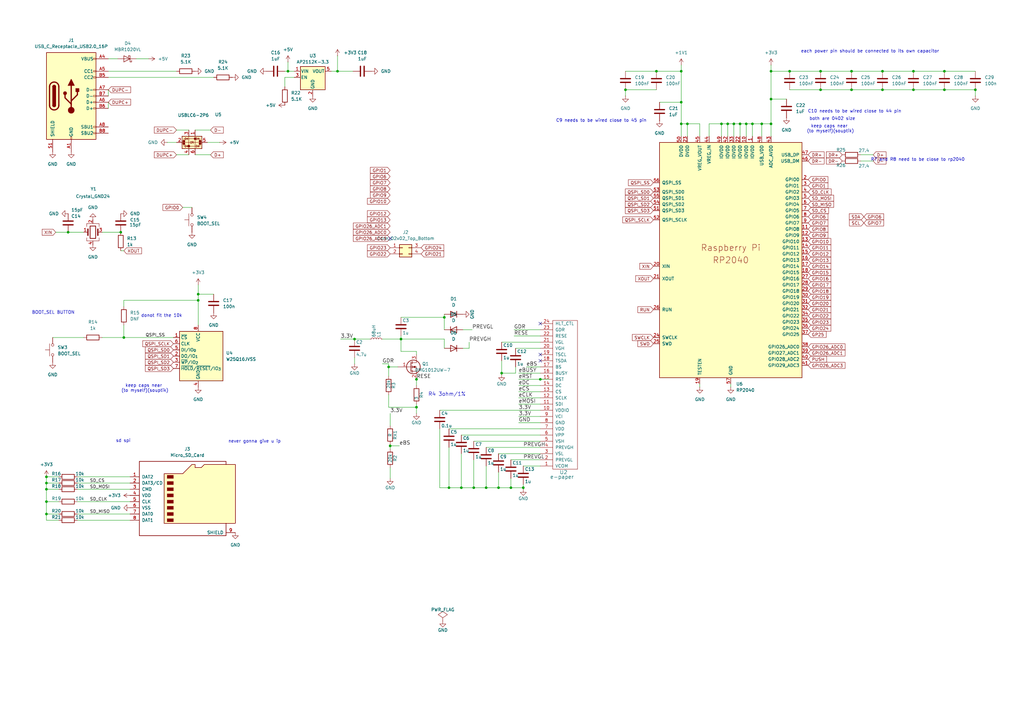
<source format=kicad_sch>
(kicad_sch (version 20250114) (generator "eeschema") (generator_version "9.0")
  (paper "A3")
  (title_block (title "HACKDUCKY BY SOUPTIK ") (date "2025-04-06") (rev "V2"))
  (text "sd spi \n" (at 51.054 180.848 0) (effects (font (size 1.27 1.27))))
  (text "never gonna give u ip\n" (at 104.394 181.102 0) (effects (font (size 1.27 1.27))))
  (text "donot fit the 10k \n" (at 66.802 129.54 0) (effects (font (size 1.27 1.27))))
  (text "BOOT_SEL BUTTON\n" (at 21.844 128.27 0) (effects (font (size 1.27 1.27))))
  (text "C9 needs to be wired close to 45 pin" (at 246.634 49.53 0) (effects (font (size 1.27 1.27))))
  (text "each power pin should be connected to its own capacitor" (at 356.87 21.082 0) (effects (font (size 1.27 1.27))))
  (text "keep caps near \n(to myself)(souptik)\n" (at 59.436 159.258 0) (effects (font (size 1.27 1.27))))
  (text "C10 needs to be wired close to 44 pin" (at 350.52 45.72 0) (effects (font (size 1.27 1.27))))
  (text "keep caps near \n(to myself)(souptik)\n" (at 340.614 52.832 0) (effects (font (size 1.27 1.27))))
  (text "R4 3ohm/1%" (at 175.641 162.687 0) (effects (font (size 1.524 1.524)) (justify left bottom)))
  (text "both are 0402 size" (at 341.376 48.768 0) (effects (font (size 1.27 1.27))))
  (text "R7 and R8 need to be close to rp2040" (at 376.428 65.532 0) (effects (font (size 1.27 1.27))))
  (junction (at 295.91 50.8))
  (junction (at 164.465 139.065))
  (junction (at 138.43 29.21))
  (junction (at 256.54 36.83))
  (junction (at 306.07 50.8))
  (junction (at 50.8 138.43))
  (junction (at 316.23 40.64))
  (junction (at 49.53 95.25))
  (junction (at 204.47 200.025))
  (junction (at 349.25 36.83))
  (junction (at 300.99 50.8))
  (junction (at 81.28 120.65))
  (junction (at 298.45 50.8))
  (junction (at 214.63 200.025))
  (junction (at 81.28 123.19))
  (junction (at 184.15 200.025))
  (junction (at 361.95 29.21))
  (junction (at 303.53 50.8))
  (junction (at 387.35 36.83))
  (junction (at 308.61 50.8))
  (junction (at 182.245 130.175))
  (junction (at 199.39 200.025))
  (junction (at 312.42 50.8))
  (junction (at 279.4 50.8))
  (junction (at 361.95 36.83))
  (junction (at 205.74 153.035))
  (junction (at 189.23 200.025))
  (junction (at 19.05 195.58))
  (junction (at 159.385 150.495))
  (junction (at 400.05 36.83))
  (junction (at 269.24 29.21))
  (junction (at 160.02 182.88))
  (junction (at 170.815 155.575))
  (junction (at 336.55 36.83))
  (junction (at 374.65 29.21))
  (junction (at 19.05 200.66))
  (junction (at 19.05 210.82))
  (junction (at 279.4 41.91))
  (junction (at 19.05 198.12))
  (junction (at 316.23 29.21))
  (junction (at 374.65 36.83))
  (junction (at 27.94 95.25))
  (junction (at 281.94 50.8))
  (junction (at 221.615 155.575))
  (junction (at 323.85 29.21))
  (junction (at 194.31 200.025))
  (junction (at 349.25 29.21))
  (junction (at 209.55 200.025))
  (junction (at 316.23 50.8))
  (junction (at 118.11 29.21))
  (junction (at 19.05 205.74))
  (junction (at 279.4 29.21))
  (junction (at 170.815 167.005))
  (junction (at 387.35 29.21))
  (junction (at 145.415 139.065))
  (junction (at 336.55 29.21))
  (no_connect (at 221.615 147.955))
  (no_connect (at 221.615 145.415))
  (no_connect (at 221.615 132.715))
  (no_connect (at 160.02 97.79))
  (wire (pts (xy 194.31 180.975) (xy 221.615 180.975)))
  (wire (pts (xy 316.23 29.21) (xy 316.23 40.64)))
  (wire (pts (xy 139.7 139.065) (xy 145.415 139.065)))
  (wire (pts (xy 221.615 155.575) (xy 225.2222 155.575)))
  (wire (pts (xy 120.65 31.75) (xy 116.84 31.75)))
  (wire (pts (xy 31.75 210.82) (xy 53.34 210.82)))
  (wire (pts (xy 160.02 182.88) (xy 160.02 184.15)))
  (wire (pts (xy 170.815 167.005) (xy 170.815 169.545)))
  (wire (pts (xy 221.615 137.795) (xy 210.82 137.795)))
  (wire (pts (xy 361.95 36.83) (xy 374.65 36.83)))
  (wire (pts (xy 160.02 182.88) (xy 163.83 182.88)))
  (wire (pts (xy 50.8 133.35) (xy 50.8 138.43)))
  (wire (pts (xy 221.615 178.435) (xy 189.23 178.435)))
  (wire (pts (xy 44.45 24.13) (xy 48.26 24.13)))
  (wire (pts (xy 159.385 167.005) (xy 170.815 167.005)))
  (wire (pts (xy 159.385 149.225) (xy 159.385 150.495)))
  (wire (pts (xy 281.94 50.8) (xy 279.4 50.8)))
  (wire (pts (xy 221.615 165.735) (xy 212.725 165.735)))
  (wire (pts (xy 303.53 50.8) (xy 306.07 50.8)))
  (wire (pts (xy 270.51 41.91) (xy 279.4 41.91)))
  (wire (pts (xy 159.385 150.495) (xy 159.385 154.305)))
  (wire (pts (xy 189.865 135.255) (xy 193.675 135.255)))
  (wire (pts (xy 19.05 195.58) (xy 19.05 198.12)))
  (wire (pts (xy 287.02 158.75) (xy 287.02 157.48)))
  (wire (pts (xy 303.53 55.88) (xy 303.53 50.8)))
  (wire (pts (xy 256.54 29.21) (xy 269.24 29.21)))
  (wire (pts (xy 194.31 200.025) (xy 199.39 200.025)))
  (wire (pts (xy 50.8 138.43) (xy 71.12 138.43)))
  (wire (pts (xy 31.75 213.36) (xy 53.34 213.36)))
  (wire (pts (xy 160.02 182.245) (xy 160.02 182.88)))
  (wire (pts (xy 353.06 66.04) (xy 358.14 66.04)))
  (wire (pts (xy 163.195 150.495) (xy 159.385 150.495)))
  (wire (pts (xy 349.25 29.21) (xy 361.95 29.21)))
  (wire (pts (xy 145.415 139.065) (xy 151.765 139.065)))
  (wire (pts (xy 387.35 36.83) (xy 400.05 36.83)))
  (wire (pts (xy 204.47 200.025) (xy 204.47 193.675)))
  (wire (pts (xy 221.615 170.815) (xy 212.725 170.815)))
  (wire (pts (xy 316.23 26.67) (xy 316.23 29.21)))
  (wire (pts (xy 279.4 50.8) (xy 279.4 55.88)))
  (wire (pts (xy 164.465 139.065) (xy 156.845 139.065)))
  (wire (pts (xy 199.39 200.025) (xy 204.47 200.025)))
  (wire (pts (xy 116.84 31.75) (xy 116.84 35.56)))
  (wire (pts (xy 53.34 195.58) (xy 31.75 195.58)))
  (wire (pts (xy 27.94 95.25) (xy 34.29 95.25)))
  (wire (pts (xy 205.74 147.955) (xy 205.74 153.035)))
  (wire (pts (xy 221.615 186.055) (xy 204.47 186.055)))
  (wire (pts (xy 281.94 50.8) (xy 281.94 55.88)))
  (wire (pts (xy 19.05 195.58) (xy 24.13 195.58)))
  (wire (pts (xy 204.47 200.025) (xy 209.55 200.025)))
  (wire (pts (xy 189.23 186.055) (xy 189.23 200.025)))
  (wire (pts (xy 182.245 130.175) (xy 182.245 128.905)))
  (wire (pts (xy 182.245 135.255) (xy 182.245 130.175)))
  (wire (pts (xy 374.65 29.21) (xy 387.35 29.21)))
  (wire (pts (xy 211.455 153.035) (xy 205.74 153.035)))
  (wire (pts (xy 194.31 188.595) (xy 194.31 200.025)))
  (wire (pts (xy 31.75 205.74) (xy 53.34 205.74)))
  (wire (pts (xy 160.02 174.625) (xy 160.02 169.545)))
  (wire (pts (xy 19.05 198.12) (xy 19.05 200.66)))
  (wire (pts (xy 159.385 167.005) (xy 159.385 161.925)))
  (wire (pts (xy 118.11 25.4) (xy 118.11 29.21)))
  (wire (pts (xy 205.74 153.035) (xy 205.74 153.67)))
  (wire (pts (xy 214.63 198.755) (xy 214.63 200.025)))
  (wire (pts (xy 22.86 95.25) (xy 27.94 95.25)))
  (wire (pts (xy 184.15 200.025) (xy 189.23 200.025)))
  (wire (pts (xy 298.45 50.8) (xy 298.45 55.88)))
  (wire (pts (xy 24.13 210.82) (xy 19.05 210.82)))
  (wire (pts (xy 41.91 138.43) (xy 50.8 138.43)))
  (wire (pts (xy 19.05 200.66) (xy 19.05 205.74)))
  (wire (pts (xy 299.72 158.75) (xy 299.72 157.48)))
  (wire (pts (xy 290.83 50.8) (xy 295.91 50.8)))
  (wire (pts (xy 170.815 144.145) (xy 164.465 144.145)))
  (wire (pts (xy 50.8 123.19) (xy 81.28 123.19)))
  (wire (pts (xy 170.815 144.145) (xy 170.815 145.415)))
  (wire (pts (xy 68.58 58.42) (xy 72.39 58.42)))
  (wire (pts (xy 180.34 200.025) (xy 184.15 200.025)))
  (wire (pts (xy 182.245 139.065) (xy 164.465 139.065)))
  (wire (pts (xy 374.65 36.83) (xy 387.35 36.83)))
  (wire (pts (xy 31.75 200.66) (xy 53.34 200.66)))
  (wire (pts (xy 145.415 149.225) (xy 145.415 146.685)))
  (wire (pts (xy 41.91 95.25) (xy 49.53 95.25)))
  (wire (pts (xy 221.615 163.195) (xy 212.725 163.195)))
  (wire (pts (xy 86.36 53.34) (xy 80.01 53.34)))
  (wire (pts (xy 44.45 29.21) (xy 72.39 29.21)))
  (wire (pts (xy 256.54 39.37) (xy 256.54 36.83)))
  (wire (pts (xy 221.615 160.655) (xy 212.725 160.655)))
  (wire (pts (xy 189.865 142.875) (xy 192.405 142.875)))
  (wire (pts (xy 221.615 183.515) (xy 199.39 183.515)))
  (wire (pts (xy 221.615 150.495) (xy 215.9 150.495)))
  (wire (pts (xy 336.55 29.21) (xy 349.25 29.21)))
  (wire (pts (xy 19.05 210.82) (xy 19.05 213.36)))
  (wire (pts (xy 290.83 55.88) (xy 290.83 50.8)))
  (wire (pts (xy 170.815 155.575) (xy 170.815 158.115)))
  (wire (pts (xy 221.615 175.895) (xy 184.15 175.895)))
  (wire (pts (xy 164.465 130.175) (xy 182.245 130.175)))
  (wire (pts (xy 306.07 55.88) (xy 306.07 50.8)))
  (wire (pts (xy 211.455 150.495) (xy 211.455 153.035)))
  (wire (pts (xy 300.99 50.8) (xy 300.99 55.88)))
  (wire (pts (xy 170.815 155.575) (xy 170.815 154.94)))
  (wire (pts (xy 349.25 36.83) (xy 361.95 36.83)))
  (wire (pts (xy 19.05 198.12) (xy 24.13 198.12)))
  (wire (pts (xy 85.09 58.42) (xy 90.17 58.42)))
  (wire (pts (xy 199.39 191.135) (xy 199.39 200.025)))
  (wire (pts (xy 81.28 116.84) (xy 81.28 120.65)))
  (wire (pts (xy 256.54 36.83) (xy 269.24 36.83)))
  (wire (pts (xy 316.23 40.64) (xy 316.23 50.8)))
  (wire (pts (xy 164.465 139.065) (xy 164.465 144.145)))
  (wire (pts (xy 211.455 142.875) (xy 221.615 142.875)))
  (wire (pts (xy 31.75 198.12) (xy 53.34 198.12)))
  (wire (pts (xy 400.05 36.83) (xy 400.05 39.37)))
  (wire (pts (xy 135.89 29.21) (xy 138.43 29.21)))
  (wire (pts (xy 182.245 139.065) (xy 182.245 142.875)))
  (wire (pts (xy 180.34 175.895) (xy 180.34 200.025)))
  (wire (pts (xy 221.615 158.115) (xy 212.725 158.115)))
  (wire (pts (xy 118.11 29.21) (xy 120.65 29.21)))
  (wire (pts (xy 50.8 123.19) (xy 50.8 125.73)))
  (wire (pts (xy 19.05 205.74) (xy 19.05 210.82)))
  (wire (pts (xy 156.845 149.225) (xy 159.385 149.225)))
  (wire (pts (xy 306.07 50.8) (xy 308.61 50.8)))
  (wire (pts (xy 19.05 205.74) (xy 24.13 205.74)))
  (wire (pts (xy 81.28 120.65) (xy 81.28 123.19)))
  (wire (pts (xy 298.45 50.8) (xy 300.99 50.8)))
  (wire (pts (xy 295.91 50.8) (xy 295.91 55.88)))
  (wire (pts (xy 336.55 36.83) (xy 349.25 36.83)))
  (wire (pts (xy 221.615 168.275) (xy 180.34 168.275)))
  (wire (pts (xy 312.42 50.8) (xy 316.23 50.8)))
  (wire (pts (xy 387.35 29.21) (xy 400.05 29.21)))
  (wire (pts (xy 212.725 153.035) (xy 221.615 153.035)))
  (wire (pts (xy 221.615 191.135) (xy 214.63 191.135)))
  (wire (pts (xy 221.615 135.255) (xy 210.82 135.255)))
  (wire (pts (xy 323.85 29.21) (xy 336.55 29.21)))
  (wire (pts (xy 44.45 36.83) (xy 44.45 39.37)))
  (wire (pts (xy 295.91 50.8) (xy 298.45 50.8)))
  (wire (pts (xy 287.02 55.88) (xy 287.02 50.8)))
  (wire (pts (xy 300.99 50.8) (xy 303.53 50.8)))
  (wire (pts (xy 316.23 50.8) (xy 316.23 55.88)))
  (wire (pts (xy 81.28 120.65) (xy 87.63 120.65)))
  (wire (pts (xy 138.43 22.86) (xy 138.43 29.21)))
  (wire (pts (xy 72.39 53.34) (xy 77.47 53.34)))
  (wire (pts (xy 164.465 139.065) (xy 164.465 137.795)))
  (wire (pts (xy 21.59 138.43) (xy 34.29 138.43)))
  (wire (pts (xy 287.02 50.8) (xy 281.94 50.8)))
  (wire (pts (xy 81.28 123.19) (xy 81.28 133.35)))
  (wire (pts (xy 49.53 102.87) (xy 50.8 102.87)))
  (wire (pts (xy 361.95 29.21) (xy 374.65 29.21)))
  (wire (pts (xy 44.45 31.75) (xy 87.63 31.75)))
  (wire (pts (xy 279.4 41.91) (xy 279.4 50.8)))
  (wire (pts (xy 170.815 167.005) (xy 170.815 165.735)))
  (wire (pts (xy 279.4 26.67) (xy 279.4 29.21)))
  (wire (pts (xy 308.61 50.8) (xy 312.42 50.8)))
  (wire (pts (xy 72.39 63.5) (xy 77.47 63.5)))
  (wire (pts (xy 116.84 29.21) (xy 118.11 29.21)))
  (wire (pts (xy 74.93 85.09) (xy 78.74 85.09)))
  (wire (pts (xy 138.43 29.21) (xy 144.78 29.21)))
  (wire (pts (xy 212.725 155.575) (xy 221.615 155.575)))
  (wire (pts (xy 322.58 40.64) (xy 316.23 40.64)))
  (wire (pts (xy 44.45 41.91) (xy 44.45 44.45)))
  (wire (pts (xy 209.55 196.215) (xy 209.55 200.025)))
  (wire (pts (xy 80.01 63.5) (xy 86.36 63.5)))
  (wire (pts (xy 192.405 142.875) (xy 192.405 140.335)))
  (wire (pts (xy 24.13 200.66) (xy 19.05 200.66)))
  (wire (pts (xy 212.725 173.355) (xy 221.615 173.355)))
  (wire (pts (xy 160.02 191.77) (xy 160.02 196.215)))
  (wire (pts (xy 55.88 24.13) (xy 60.96 24.13)))
  (wire (pts (xy 312.42 50.8) (xy 312.42 55.88)))
  (wire (pts (xy 316.23 29.21) (xy 323.85 29.21)))
  (wire (pts (xy 279.4 29.21) (xy 279.4 41.91)))
  (wire (pts (xy 189.23 200.025) (xy 194.31 200.025)))
  (wire (pts (xy 221.615 140.335) (xy 205.74 140.335)))
  (wire (pts (xy 214.63 200.025) (xy 214.63 200.66)))
  (wire (pts (xy 184.15 183.515) (xy 184.15 200.025)))
  (wire (pts (xy 221.615 188.595) (xy 209.55 188.595)))
  (wire (pts (xy 24.13 213.36) (xy 19.05 213.36)))
  (wire (pts (xy 269.24 29.21) (xy 279.4 29.21)))
  (wire (pts (xy 209.55 200.025) (xy 214.63 200.025)))
  (wire (pts (xy 323.85 36.83) (xy 336.55 36.83)))
  (wire (pts (xy 308.61 50.8) (xy 308.61 55.88)))
  (wire (pts (xy 353.06 63.5) (xy 358.14 63.5)))
  (label "3.3V" (at 139.7 139.065 0) (effects (font (size 1.524 1.524))))
  (label "eMOSI" (at 212.725 165.735 0) (effects (font (size 1.524 1.524))))
  (label "3.3V" (at 212.725 170.815 0) (effects (font (size 1.524 1.524))))
  (label "PREVGH" (at 214.63 183.515 0) (effects (font (size 1.524 1.524))))
  (label "RESE" (at 210.82 137.795 0) (effects (font (size 1.524 1.524))))
  (label "SD_CS" (at 36.83 198.12 0))
  (label "PREVGL" (at 193.675 135.255 0) (effects (font (size 1.524 1.524))))
  (label "PREVGH" (at 192.405 140.335 0) (effects (font (size 1.524 1.524))))
  (label "eCS" (at 212.725 160.655 0) (effects (font (size 1.524 1.524))))
  (label "GND" (at 212.725 173.355 0) (effects (font (size 1.524 1.524))))
  (label "3.3V" (at 212.725 168.275 0) (effects (font (size 1.524 1.524))))
  (label "eBS" (at 215.9 150.495 0) (effects (font (size 1.524 1.524))))
  (label "GDR" (at 210.82 135.255 0) (effects (font (size 1.524 1.524))))
  (label "GDR" (at 156.845 149.225 0) (effects (font (size 1.524 1.524))))
  (label "QSPI_SS" (at 59.69 138.43 0))
  (label "SD_MOSI" (at 36.83 200.66 0))
  (label "eRST" (at 212.725 155.575 0) (effects (font (size 1.524 1.524))))
  (label "eBUSY" (at 212.725 153.035 0) (effects (font (size 1.524 1.524))))
  (label "PREVGL" (at 214.63 188.595 0) (effects (font (size 1.524 1.524))))
  (label "SD_MISO" (at 36.83 210.82 0))
  (label "SD_CLK" (at 36.83 205.74 0))
  (label "eDC" (at 212.725 158.115 0) (effects (font (size 1.524 1.524))))
  (label "RESE" (at 170.815 155.575 0) (effects (font (size 1.524 1.524))))
  (label "eBS" (at 163.83 182.88 0) (effects (font (size 1.524 1.524))))
  (label "eCLK" (at 212.725 163.195 0) (effects (font (size 1.524 1.524))))
  (label "3.3V" (at 160.02 169.545 0) (effects (font (size 1.524 1.524))))
  (global_label "SD_MOSI" (shape input) (at 331.47 81.28 0) (property "Intersheetrefs" "${INTERSHEET_REFS}" (effects (hide yes))))
  (global_label "GPIO26_ADC0" (shape input) (at 331.47 142.24 0) (property "Intersheetrefs" "${INTERSHEET_REFS}" (effects (hide yes))))
  (global_label "GPIO1" (shape input) (at 331.47 76.2 0) (property "Intersheetrefs" "${INTERSHEET_REFS}" (effects (hide yes))))
  (global_label "DUPC-" (shape input) (at 44.45 36.83 0) (property "Intersheetrefs" "${INTERSHEET_REFS}" (effects (hide yes))))
  (global_label "QSPI_SCLK" (shape input) (at 71.12 140.97 180) (property "Intersheetrefs" "${INTERSHEET_REFS}" (effects (hide yes))))
  (global_label "GPIO10" (shape input) (at 331.47 99.06 0) (property "Intersheetrefs" "${INTERSHEET_REFS}" (effects (hide yes))))
  (global_label "GPIO12" (shape input) (at 331.47 104.14 0) (property "Intersheetrefs" "${INTERSHEET_REFS}" (effects (hide yes))))
  (global_label "D-" (shape input) (at 86.36 53.34 0) (property "Intersheetrefs" "${INTERSHEET_REFS}" (effects (hide yes))))
  (global_label "GPIO21" (shape input) (at 331.47 127 0) (property "Intersheetrefs" "${INTERSHEET_REFS}" (effects (hide yes))))
  (global_label "GPIO13" (shape input) (at 160.02 90.17 180) (property "Intersheetrefs" "${INTERSHEET_REFS}" (effects (hide yes))))
  (global_label "GPIO9" (shape input) (at 160.02 80.01 180) (property "Intersheetrefs" "${INTERSHEET_REFS}" (effects (hide yes))))
  (global_label "SD_CLK" (shape input) (at 331.47 78.74 0) (property "Intersheetrefs" "${INTERSHEET_REFS}" (effects (hide yes))))
  (global_label "DUPC+" (shape input) (at 72.39 63.5 180) (property "Intersheetrefs" "${INTERSHEET_REFS}" (effects (hide yes))))
  (global_label "SWD" (shape input) (at 267.97 140.97 180) (property "Intersheetrefs" "${INTERSHEET_REFS}" (effects (hide yes))))
  (global_label "D+" (shape input) (at 86.36 63.5 0) (property "Intersheetrefs" "${INTERSHEET_REFS}" (effects (hide yes))))
  (global_label "GPIO17" (shape input) (at 331.47 116.84 0) (property "Intersheetrefs" "${INTERSHEET_REFS}" (effects (hide yes))))
  (global_label "GPIO23" (shape input) (at 331.47 132.08 0) (property "Intersheetrefs" "${INTERSHEET_REFS}" (effects (hide yes))))
  (global_label "GPIO0" (shape input) (at 331.47 73.66 0) (property "Intersheetrefs" "${INTERSHEET_REFS}" (effects (hide yes))))
  (global_label "QSPI_SS" (shape input) (at 267.97 74.93 180) (property "Intersheetrefs" "${INTERSHEET_REFS}" (effects (hide yes))))
  (global_label "XIN" (shape input) (at 22.86 95.25 180) (property "Intersheetrefs" "${INTERSHEET_REFS}" (effects (hide yes))))
  (global_label "GPIO13" (shape input) (at 331.47 106.68 0) (property "Intersheetrefs" "${INTERSHEET_REFS}" (effects (hide yes))))
  (global_label "QSPI_SD1" (shape input) (at 71.12 146.05 180) (property "Intersheetrefs" "${INTERSHEET_REFS}" (effects (hide yes))))
  (global_label "DR-" (shape input) (at 331.47 66.04 0) (property "Intersheetrefs" "${INTERSHEET_REFS}" (effects (hide yes))))
  (global_label "GPIO7" (shape input) (at 331.47 91.44 0) (property "Intersheetrefs" "${INTERSHEET_REFS}" (effects (hide yes))))
  (global_label "GPIO8" (shape input) (at 331.47 93.98 0) (property "Intersheetrefs" "${INTERSHEET_REFS}" (effects (hide yes))))
  (global_label "GPIO6" (shape input) (at 160.02 72.39 180) (property "Intersheetrefs" "${INTERSHEET_REFS}" (effects (hide yes))))
  (global_label "GPIO7" (shape input) (at 354.33 91.44 0) (property "Intersheetrefs" "${INTERSHEET_REFS}" (effects (hide yes))))
  (global_label "SD_CS" (shape input) (at 331.47 86.36 0) (property "Intersheetrefs" "${INTERSHEET_REFS}" (effects (hide yes))))
  (global_label "GPIO26_ADC1" (shape input) (at 331.47 144.78 0) (property "Intersheetrefs" "${INTERSHEET_REFS}" (effects (hide yes))))
  (global_label "QSPI_SD0" (shape input) (at 267.97 78.74 180) (property "Intersheetrefs" "${INTERSHEET_REFS}" (effects (hide yes))))
  (global_label "D+" (shape input) (at 358.14 63.5 0) (property "Intersheetrefs" "${INTERSHEET_REFS}" (effects (hide yes))))
  (global_label "SWCLK" (shape input) (at 267.97 138.43 180) (property "Intersheetrefs" "${INTERSHEET_REFS}" (effects (hide yes))))
  (global_label "GPIO26_ADC3" (shape input) (at 331.47 149.86 0) (property "Intersheetrefs" "${INTERSHEET_REFS}" (effects (hide yes))))
  (global_label "GPIO19" (shape input) (at 331.47 121.92 0) (property "Intersheetrefs" "${INTERSHEET_REFS}" (effects (hide yes))))
  (global_label "GPIO24" (shape input) (at 331.47 134.62 0) (property "Intersheetrefs" "${INTERSHEET_REFS}" (effects (hide yes))))
  (global_label "XOUT" (shape input) (at 267.97 114.3 180) (property "Intersheetrefs" "${INTERSHEET_REFS}" (effects (hide yes))))
  (global_label "D-" (shape input) (at 358.14 66.04 0) (property "Intersheetrefs" "${INTERSHEET_REFS}" (effects (hide yes))))
  (global_label "GPIO11" (shape input) (at 331.47 101.6 0) (property "Intersheetrefs" "${INTERSHEET_REFS}" (effects (hide yes))))
  (global_label "QSPI_SD1" (shape input) (at 267.97 81.28 180) (property "Intersheetrefs" "${INTERSHEET_REFS}" (effects (hide yes))))
  (global_label "GPIO12" (shape input) (at 160.02 87.63 180) (property "Intersheetrefs" "${INTERSHEET_REFS}" (effects (hide yes))))
  (global_label "PUSH" (shape input) (at 331.47 147.32 0) (property "Intersheetrefs" "${INTERSHEET_REFS}" (effects (hide yes))))
  (global_label "GPIO18" (shape input) (at 331.47 119.38 0) (property "Intersheetrefs" "${INTERSHEET_REFS}" (effects (hide yes))))
  (global_label "SCL" (shape input) (at 354.33 91.44 180) (property "Intersheetrefs" "${INTERSHEET_REFS}" (effects (hide yes))))
  (global_label "QSPI_SD0" (shape input) (at 71.12 143.51 180) (property "Intersheetrefs" "${INTERSHEET_REFS}" (effects (hide yes))))
  (global_label "GPIO21" (shape input) (at 172.72 104.14 0) (property "Intersheetrefs" "${INTERSHEET_REFS}" (effects (hide yes))))
  (global_label "GPIO14" (shape input) (at 331.47 109.22 0) (property "Intersheetrefs" "${INTERSHEET_REFS}" (effects (hide yes))))
  (global_label "QSPI_SCLK" (shape input) (at 267.97 90.17 180) (property "Intersheetrefs" "${INTERSHEET_REFS}" (effects (hide yes))))
  (global_label "GPIO15" (shape input) (at 331.47 111.76 0) (property "Intersheetrefs" "${INTERSHEET_REFS}" (effects (hide yes))))
  (global_label "QSPI_SD2" (shape input) (at 267.97 83.82 180) (property "Intersheetrefs" "${INTERSHEET_REFS}" (effects (hide yes))))
  (global_label "GPIO26_ADC1" (shape input) (at 160.02 92.71 180) (property "Intersheetrefs" "${INTERSHEET_REFS}" (effects (hide yes))))
  (global_label "GPIO26_ADC3" (shape input) (at 160.02 97.79 180) (property "Intersheetrefs" "${INTERSHEET_REFS}" (effects (hide yes))))
  (global_label "GPIO22" (shape input) (at 331.47 129.54 0) (property "Intersheetrefs" "${INTERSHEET_REFS}" (effects (hide yes))))
  (global_label "GPIO9" (shape input) (at 331.47 96.52 0) (property "Intersheetrefs" "${INTERSHEET_REFS}" (effects (hide yes))))
  (global_label "GP25" (shape input) (at 331.47 137.16 0) (property "Intersheetrefs" "${INTERSHEET_REFS}" (effects (hide yes))))
  (global_label "SDA" (shape input) (at 354.33 88.9 180) (property "Intersheetrefs" "${INTERSHEET_REFS}" (effects (hide yes))))
  (global_label "GPIO16" (shape input) (at 331.47 114.3 0) (property "Intersheetrefs" "${INTERSHEET_REFS}" (effects (hide yes))))
  (global_label "GPIO22" (shape input) (at 160.02 104.14 180) (property "Intersheetrefs" "${INTERSHEET_REFS}" (effects (hide yes))))
  (global_label "XOUT" (shape input) (at 50.8 102.87 0) (property "Intersheetrefs" "${INTERSHEET_REFS}" (effects (hide yes))))
  (global_label "GPIO1" (shape input) (at 160.02 69.85 180) (property "Intersheetrefs" "${INTERSHEET_REFS}" (effects (hide yes))))
  (global_label "DUPC-" (shape input) (at 72.39 53.34 180) (property "Intersheetrefs" "${INTERSHEET_REFS}" (effects (hide yes))))
  (global_label "GPIO24" (shape input) (at 172.72 101.6 0) (property "Intersheetrefs" "${INTERSHEET_REFS}" (effects (hide yes))))
  (global_label "XIN" (shape input) (at 267.97 109.22 180) (property "Intersheetrefs" "${INTERSHEET_REFS}" (effects (hide yes))))
  (global_label "QSPI_SD3" (shape input) (at 267.97 86.36 180) (property "Intersheetrefs" "${INTERSHEET_REFS}" (effects (hide yes))))
  (global_label "GPIO0" (shape input) (at 74.93 85.09 180) (property "Intersheetrefs" "${INTERSHEET_REFS}" (effects (hide yes))))
  (global_label "GPIO6" (shape input) (at 331.47 88.9 0) (property "Intersheetrefs" "${INTERSHEET_REFS}" (effects (hide yes))))
  (global_label "GPIO23" (shape input) (at 160.02 101.6 180) (property "Intersheetrefs" "${INTERSHEET_REFS}" (effects (hide yes))))
  (global_label "GPIO7" (shape input) (at 160.02 74.93 180) (property "Intersheetrefs" "${INTERSHEET_REFS}" (effects (hide yes))))
  (global_label "SD_MISO" (shape input) (at 331.47 83.82 0) (property "Intersheetrefs" "${INTERSHEET_REFS}" (effects (hide yes))))
  (global_label "GPIO6" (shape input) (at 354.33 88.9 0) (property "Intersheetrefs" "${INTERSHEET_REFS}" (effects (hide yes))))
  (global_label "GPIO26_ADC0" (shape input) (at 160.02 95.25 180) (property "Intersheetrefs" "${INTERSHEET_REFS}" (effects (hide yes))))
  (global_label "GPIO8" (shape input) (at 160.02 77.47 180) (property "Intersheetrefs" "${INTERSHEET_REFS}" (effects (hide yes))))
  (global_label "GPIO10" (shape input) (at 160.02 82.55 180) (property "Intersheetrefs" "${INTERSHEET_REFS}" (effects (hide yes))))
  (global_label "QSPI_SD3" (shape input) (at 71.12 151.13 180) (property "Intersheetrefs" "${INTERSHEET_REFS}" (effects (hide yes))))
  (global_label "QSPI_SD2" (shape input) (at 71.12 148.59 180) (property "Intersheetrefs" "${INTERSHEET_REFS}" (effects (hide yes))))
  (global_label "DR+" (shape input) (at 345.44 63.5 180) (property "Intersheetrefs" "${INTERSHEET_REFS}" (effects (hide yes))))
  (global_label "DR+" (shape input) (at 331.47 63.5 0) (property "Intersheetrefs" "${INTERSHEET_REFS}" (effects (hide yes))))
  (global_label "RUN" (shape input) (at 267.97 127 180) (property "Intersheetrefs" "${INTERSHEET_REFS}" (effects (hide yes))))
  (global_label "DUPC+" (shape input) (at 44.45 41.91 0) (property "Intersheetrefs" "${INTERSHEET_REFS}" (effects (hide yes))))
  (global_label "DR-" (shape input) (at 345.44 66.04 180) (property "Intersheetrefs" "${INTERSHEET_REFS}" (effects (hide yes))))
  (global_label "GPIO20" (shape input) (at 331.47 124.46 0) (property "Intersheetrefs" "${INTERSHEET_REFS}" (effects (hide yes))))
  (symbol (lib_id "e-paper:e-paper") (at 226.695 193.675 0) (unit 1)
    (property "Reference" "U2" (at 231.14 193.675 0) (effects (font (size 1.524 1.524))))
    (property "Value" "e-paper" (at 230.505 195.58 0) (effects (font (size 1.524 1.524))))
    (property "Footprint" "24pin0.5mm:24pin0.5mm" (effects (hide yes)))
  )
  (symbol (lib_name "C_19") (lib_id "epaper-rescue:C") (at 214.63 194.945 0) (unit 1)
    (property "Reference" "C13" (at 215.265 192.405 0) (effects (justify left)))
    (property "Value" "1u" (at 215.265 197.485 0) (effects (justify left)))
    (property "Footprint" "Capacitor_SMD:C_0201_0603Metric" (effects (hide yes)))
  )
  (symbol (lib_name "C_18") (lib_id "epaper-rescue:C") (at 209.55 192.405 0) (unit 1)
    (property "Reference" "C11" (at 210.185 189.865 0) (effects (justify left)))
    (property "Value" "1u" (at 210.185 194.945 0) (effects (justify left)))
    (property "Footprint" "Capacitor_SMD:C_0201_0603Metric" (effects (hide yes)))
    (property "Fieldname" "Value" (effects (hide yes)))
  )
  (symbol (lib_name "C_15") (lib_id "epaper-rescue:C") (at 204.47 189.865 0) (unit 1)
    (property "Reference" "C9" (at 205.105 187.325 0) (effects (justify left)))
    (property "Value" "1u" (at 205.105 192.405 0) (effects (justify left)))
    (property "Footprint" "Capacitor_SMD:C_0201_0603Metric" (effects (hide yes)))
  )
  (symbol (lib_name "C_14") (lib_id "epaper-rescue:C") (at 199.39 187.325 0) (unit 1)
    (property "Reference" "C8" (at 200.025 184.785 0) (effects (justify left)))
    (property "Value" "1u" (at 200.025 189.865 0) (effects (justify left)))
    (property "Footprint" "Capacitor_SMD:C_0201_0603Metric" (effects (hide yes)))
  )
  (symbol (lib_name "GND_14") (lib_id "epaper-rescue:GND") (at 214.63 200.66 0) (unit 1)
    (property "Reference" "#PWR01" (effects (hide yes)))
    (property "Value" "GND" (at 214.63 204.47 0))
  )
  (symbol (lib_name "C_21") (lib_id "epaper-rescue:C") (at 194.31 184.785 0) (unit 1)
    (property "Reference" "C7" (at 194.945 182.245 0) (effects (justify left)))
    (property "Value" "1u" (at 194.945 187.325 0) (effects (justify left)))
    (property "Footprint" "Capacitor_SMD:C_0201_0603Metric" (effects (hide yes)))
  )
  (symbol (lib_name "C_22") (lib_id "epaper-rescue:C") (at 189.23 182.245 0) (unit 1)
    (property "Reference" "C6" (at 189.865 179.705 0) (effects (justify left)))
    (property "Value" "1u" (at 189.865 184.785 0) (effects (justify left)))
    (property "Footprint" "Capacitor_SMD:C_0201_0603Metric" (effects (hide yes)))
  )
  (symbol (lib_name "C_23") (lib_id "epaper-rescue:C") (at 184.15 179.705 0) (unit 1)
    (property "Reference" "C5" (at 184.785 177.165 0) (effects (justify left)))
    (property "Value" "1u" (at 184.785 182.245 0) (effects (justify left)))
    (property "Footprint" "Capacitor_SMD:C_0201_0603Metric" (effects (hide yes)))
  )
  (symbol (lib_name "C_20") (lib_id "epaper-rescue:C") (at 180.34 172.085 0) (unit 1)
    (property "Reference" "C4" (at 180.975 169.545 0) (effects (justify left)))
    (property "Value" "0.1u" (at 180.975 174.625 0) (effects (justify left)))
    (property "Footprint" "Capacitor_SMD:C_0201_0603Metric" (effects (hide yes)))
  )
  (symbol (lib_name "C_16") (lib_id "epaper-rescue:C") (at 211.455 146.685 0) (unit 1)
    (property "Reference" "C12" (at 212.09 144.145 0) (effects (justify left)))
    (property "Value" "1u" (at 212.09 149.225 0) (effects (justify left)))
    (property "Footprint" "Capacitor_SMD:C_0201_0603Metric" (effects (hide yes)))
  )
  (symbol (lib_name "C_17") (lib_id "epaper-rescue:C") (at 205.74 144.145 0) (unit 1)
    (property "Reference" "C10" (at 206.375 141.605 0) (effects (justify left)))
    (property "Value" "1u" (at 206.375 146.685 0) (effects (justify left)))
    (property "Footprint" "Capacitor_SMD:C_0201_0603Metric" (effects (hide yes)))
  )
  (symbol (lib_name "GND_13") (lib_id "epaper-rescue:GND") (at 205.74 153.67 0) (unit 1)
    (property "Reference" "#PWR02" (effects (hide yes)))
    (property "Value" "GND" (at 205.74 157.48 0))
  )
  (symbol (lib_name "L_Small_2") (lib_id "epaper-rescue:L_Small") (at 154.305 139.065 270) (mirror x) (unit 1)
    (property "Reference" "L1" (at 155.321 138.303 0) (effects (justify left)))
    (property "Value" "68uH" (at 153.289 138.303 0) (effects (justify left)))
    (property "Footprint" "Inductor_SMD:L_1008_2520Metric_Pad1.43x2.20mm_HandSolder" (effects (hide yes)))
  )
  (symbol (lib_name "Q_NMOS_GSD_2") (lib_id "epaper-rescue:Q_NMOS_GSD") (at 168.275 150.495 0) (unit 1)
    (property "Reference" "Q1" (at 175.895 149.225 0) (effects (justify right)))
    (property "Value" "DMG1012UW-7" (at 184.785 151.765 0) (effects (justify right)))
    (property "Footprint" "Package_TO_SOT_SMD:TSOT-23" (effects (hide yes)))
  )
  (symbol (lib_name "R_19") (lib_id "epaper-rescue:R") (at 160.02 178.435 0) (unit 1)
    (property "Reference" "RX1" (at 162.052 178.435 90))
    (property "Value" "R" (at 160.02 178.435 90))
    (property "Footprint" "Resistor_SMD:R_0805_2012Metric_Pad1.20x1.40mm_HandSolder" (effects (hide yes)))
  )
  (symbol (lib_name "R_20") (lib_id "epaper-rescue:R") (at 160.02 187.96 0) (unit 1)
    (property "Reference" "R2" (at 162.052 187.96 90))
    (property "Value" "20k" (at 160.02 187.96 90))
    (property "Footprint" "Resistor_SMD:R_0805_2012Metric_Pad1.20x1.40mm_HandSolder" (effects (hide yes)))
  )
  (symbol (lib_name "GND_18") (lib_id "epaper-rescue:GND") (at 160.02 196.215 0) (unit 1)
    (property "Reference" "#PWR03" (effects (hide yes)))
    (property "Value" "GND" (at 160.02 200.025 0))
  )
  (symbol (lib_name "C_24") (lib_id "epaper-rescue:C") (at 164.465 133.985 0) (unit 1)
    (property "Reference" "C3" (at 165.1 131.445 0) (effects (justify left)))
    (property "Value" "1u" (at 165.1 136.525 0) (effects (justify left)))
    (property "Footprint" "Capacitor_SMD:C_0201_0603Metric" (effects (hide yes)))
  )
  (symbol (lib_name "R_17") (lib_id "epaper-rescue:R") (at 170.815 161.925 0) (unit 1)
    (property "Reference" "R4" (at 172.847 161.925 90))
    (property "Value" "3" (at 170.815 163.322 90))
    (property "Footprint" "Resistor_SMD:R_0805_2012Metric_Pad1.20x1.40mm_HandSolder" (effects (hide yes)))
  )
  (symbol (lib_name "R_18") (lib_id "epaper-rescue:R") (at 159.385 158.115 0) (unit 1)
    (property "Reference" "R3" (at 161.417 158.115 90))
    (property "Value" "20k" (at 159.385 157.607 90))
    (property "Footprint" "Resistor_SMD:R_0805_2012Metric_Pad1.20x1.40mm_HandSolder" (effects (hide yes)))
  )
  (symbol (lib_name "GND_17") (lib_id "epaper-rescue:GND") (at 170.815 169.545 0) (unit 1)
    (property "Reference" "#PWR05" (effects (hide yes)))
    (property "Value" "GND" (at 170.815 173.355 0))
  )
  (symbol (lib_name "C_26") (lib_id "epaper-rescue:C") (at 145.415 142.875 0) (unit 1)
    (property "Reference" "C2" (at 146.05 140.335 0) (effects (justify left)))
    (property "Value" "4.7u" (at 146.05 145.415 0) (effects (justify left)))
    (property "Footprint" "Capacitor_SMD:C_0201_0603Metric" (effects (hide yes)))
  )
  (symbol (lib_name "GND_20") (lib_id "epaper-rescue:GND") (at 145.415 149.225 0) (unit 1)
    (property "Reference" "#PWR06" (effects (hide yes)))
    (property "Value" "GND" (at 145.415 153.035 0))
  )
  (symbol (lib_name "GND_15") (lib_id "epaper-rescue:GND") (at 181.61 254.635 0) (unit 1)
    (property "Reference" "#PWR012" (effects (hide yes)))
    (property "Value" "GND" (at 181.61 258.445 0))
  )
  (symbol (lib_name "PWR_FLAG_2") (lib_id "epaper-rescue:PWR_FLAG") (at 181.61 254.635 0) (unit 1)
    (property "Reference" "#FLG013" (effects (hide yes)))
    (property "Value" "PWR_FLAG" (at 181.61 250.063 0))
  )
  (symbol (lib_id "Device:R") (at 27.94 198.12 90) (unit 1)
    (property "Reference" "R17" (at 23.114 196.85 90))
    (property "Value" "10k" (at 32.766 196.85 90))
    (property "Footprint" "Resistor_SMD:R_0805_2012Metric_Pad1.20x1.40mm_HandSolder" (effects (hide yes)))
    (property "Description" "Resistor" (effects (hide yes)))
  )
  (symbol (lib_id "power:+3V3") (at 19.05 195.58 0) (unit 1)
    (property "Reference" "#PWR013" (effects (hide yes)))
    (property "Value" "+3V3" (at 19.05 190.5 0))
    (property "Description" "Power symbol creates a global label with name \"+3V3\"" (effects (hide yes)))
  )
  (symbol (lib_id "power:+3V3") (at 316.23 26.67 0) (unit 1)
    (property "Reference" "#PWR038" (effects (hide yes)))
    (property "Value" "+3V3" (at 316.23 21.59 0))
    (property "Description" "Power symbol creates a global label with name \"+3V3\"" (effects (hide yes)))
  )
  (symbol (lib_id "power:+5V") (at 90.17 58.42 270) (unit 1)
    (property "Reference" "#PWR027" (effects (hide yes)))
    (property "Value" "+5V" (at 93.98 58.4199 90) (effects (justify left)))
    (property "Description" "Power symbol creates a global label with name \"+5V\"" (effects (hide yes)))
  )
  (symbol (lib_id "Device:D") (at 186.055 142.875 180) (unit 1)
    (property "Reference" "D6" (at 186.055 136.525 0))
    (property "Value" "D" (at 186.055 139.065 0))
    (property "Footprint" "Diode_SMD:Nexperia_CFP3_SOD-123W" (effects (hide yes)))
    (property "Description" "Diode" (effects (hide yes)))
    (property "Sim.Device" "D" (effects (hide yes)))
    (property "Sim.Pins" "1=K 2=A" (effects (hide yes)))
  )
  (symbol (lib_id "Device:C") (at 336.55 33.02 0) (unit 1)
    (property "Reference" "C24" (at 340.36 31.7499 0) (effects (justify left)))
    (property "Value" "100nF" (at 340.36 34.2899 0) (effects (justify left)))
    (property "Footprint" "Capacitor_SMD:C_0402_1005Metric" (effects (hide yes)))
    (property "Description" "Unpolarized capacitor" (effects (hide yes)))
  )
  (symbol (lib_id "power:GND") (at 299.72 158.75 0) (unit 1)
    (property "Reference" "#PWR037" (effects (hide yes)))
    (property "Value" "GND" (at 299.72 163.83 0))
    (property "Description" "Power symbol creates a global label with name \"GND\" , ground" (effects (hide yes)))
  )
  (symbol (lib_id "power:GND") (at 81.28 158.75 0) (unit 1)
    (property "Reference" "#PWR047" (effects (hide yes)))
    (property "Value" "GND" (at 81.28 163.83 0))
    (property "Description" "Power symbol creates a global label with name \"GND\" , ground" (effects (hide yes)))
  )
  (symbol (lib_id "Connector_Generic:Conn_02x02_Top_Bottom") (at 165.1 101.6 0) (unit 1)
    (property "Reference" "J2" (at 166.37 95.25 0))
    (property "Value" "Conn_02x02_Top_Bottom" (at 166.37 97.79 0))
    (property "Footprint" "Connector_PinHeader_1.00mm:PinHeader_2x02_P1.00mm_Vertical_SMD" (effects (hide yes)))
    (property "Description" "Generic connector, double row, 02x02, top/bottom pin numbering scheme (row 1: 1...pins_per_row, row2: pins_per_row+1 ... num_pins), script generated (kicad-library-utils/schlib/autogen/connector/)" (effects (hide yes)))
  )
  (symbol (lib_id "power:GND") (at 21.59 62.23 0) (unit 1)
    (property "Reference" "#PWR029" (effects (hide yes)))
    (property "Value" "GND" (at 21.59 67.31 0))
    (property "Description" "Power symbol creates a global label with name \"GND\" , ground" (effects (hide yes)))
  )
  (symbol (lib_id "power:GND") (at 38.1 100.33 0) (unit 1)
    (property "Reference" "#PWR020" (effects (hide yes)))
    (property "Value" "GND" (at 38.1 105.41 0))
    (property "Description" "Power symbol creates a global label with name \"GND\" , ground" (effects (hide yes)))
  )
  (symbol (lib_id "Diode:MBR1020VL") (at 52.07 24.13 180) (unit 1)
    (property "Reference" "D4" (at 52.3875 17.78 0))
    (property "Value" "MBR1020VL" (at 52.3875 20.32 0))
    (property "Footprint" "Diode_SMD:D_SOD-123F" (effects (hide yes)))
    (property "Datasheet" "https://www.onsemi.com/pub/Collateral/MBR1020VL-D.PDF" (effects (hide yes)))
    (property "Description" "20V, 1A, 340 mV, Schottky Diode Rectifier, SOD-123F" (effects (hide yes)))
  )
  (symbol (lib_id "power:+5V") (at 116.84 43.18 90) (unit 1)
    (property "Reference" "#PWR051" (effects (hide yes)))
    (property "Value" "+5V" (at 113.03 43.1799 90) (effects (justify left)))
    (property "Description" "Power symbol creates a global label with name \"+5V\"" (effects (hide yes)))
  )
  (symbol (lib_id "Device:R") (at 49.53 99.06 180) (unit 1)
    (property "Reference" "R13" (at 52.07 97.7899 0) (effects (justify right)))
    (property "Value" "1k" (at 52.07 100.3299 0) (effects (justify right)))
    (property "Footprint" "Resistor_SMD:R_0805_2012Metric_Pad1.20x1.40mm_HandSolder" (effects (hide yes)))
    (property "Description" "Resistor" (effects (hide yes)))
  )
  (symbol (lib_id "Device:C") (at 349.25 33.02 0) (unit 1)
    (property "Reference" "C25" (at 353.06 31.7499 0) (effects (justify left)))
    (property "Value" "100nF" (at 353.06 34.2899 0) (effects (justify left)))
    (property "Footprint" "Capacitor_SMD:C_0402_1005Metric" (effects (hide yes)))
    (property "Description" "Unpolarized capacitor" (effects (hide yes)))
  )
  (symbol (lib_id "power:GND") (at 322.58 48.26 0) (unit 1)
    (property "Reference" "#PWR049" (effects (hide yes)))
    (property "Value" "GND" (at 322.58 53.34 0))
    (property "Description" "Power symbol creates a global label with name \"GND\" , ground" (effects (hide yes)))
  )
  (symbol (lib_id "power:GND") (at 27.94 87.63 270) (unit 1)
    (property "Reference" "#PWR018" (effects (hide yes)))
    (property "Value" "GND" (at 24.13 87.6299 90) (effects (justify right)))
    (property "Description" "Power symbol creates a global label with name \"GND\" , ground" (effects (hide yes)))
  )
  (symbol (lib_id "Connector:Micro_SD_Card") (at 76.2 203.2 0) (unit 1)
    (property "Reference" "J3" (at 76.835 184.15 0))
    (property "Value" "Micro_SD_Card" (at 76.835 186.69 0))
    (property "Footprint" "Connector_Card:microSD_HC_Molex_47219-2001" (effects (hide yes)))
    (property "Datasheet" "http://katalog.we-online.de/em/datasheet/693072010801.pdf" (effects (hide yes)))
    (property "Description" "Micro SD Card Socket" (effects (hide yes)))
  )
  (symbol (lib_id "Device:C") (at 387.35 33.02 0) (unit 1)
    (property "Reference" "C28" (at 391.16 31.7499 0) (effects (justify left)))
    (property "Value" "100nF" (at 391.16 34.2899 0) (effects (justify left)))
    (property "Footprint" "Capacitor_SMD:C_0402_1005Metric" (effects (hide yes)))
    (property "Description" "Unpolarized capacitor" (effects (hide yes)))
  )
  (symbol (lib_id "Device:C") (at 256.54 33.02 0) (unit 1)
    (property "Reference" "C19" (at 260.35 31.7499 0) (effects (justify left)))
    (property "Value" "100nF" (at 260.35 34.2899 0) (effects (justify left)))
    (property "Footprint" "Capacitor_SMD:C_0402_1005Metric" (effects (hide yes)))
    (property "Description" "Unpolarized capacitor" (effects (hide yes)))
  )
  (symbol (lib_id "power:GND") (at 256.54 39.37 0) (unit 1)
    (property "Reference" "#PWR032" (effects (hide yes)))
    (property "Value" "GND" (at 256.54 44.45 0))
    (property "Description" "Power symbol creates a global label with name \"GND\" , ground" (effects (hide yes)))
  )
  (symbol (lib_id "Device:R") (at 349.25 63.5 90) (unit 1)
    (property "Reference" "R25" (at 344.932 61.468 90))
    (property "Value" "27.4" (at 354.33 61.722 90))
    (property "Footprint" "Resistor_SMD:R_0805_2012Metric_Pad1.20x1.40mm_HandSolder" (effects (hide yes)))
    (property "Description" "Resistor" (effects (hide yes)))
  )
  (symbol (lib_id "Device:C") (at 323.85 33.02 0) (unit 1)
    (property "Reference" "C23" (at 327.66 31.7499 0) (effects (justify left)))
    (property "Value" "100nF" (at 327.66 34.2899 0) (effects (justify left)))
    (property "Footprint" "Capacitor_SMD:C_0402_1005Metric" (effects (hide yes)))
    (property "Description" "Unpolarized capacitor" (effects (hide yes)))
  )
  (symbol (lib_id "Device:R") (at 50.8 129.54 0) (unit 1)
    (property "Reference" "R15" (at 53.34 128.2699 0) (effects (justify left)))
    (property "Value" "DNF" (at 53.34 130.8099 0) (effects (justify left)))
    (property "Footprint" "Resistor_SMD:R_0805_2012Metric_Pad1.20x1.40mm_HandSolder" (effects (hide yes)))
    (property "Description" "Resistor" (effects (hide yes)))
  )
  (symbol (lib_id "Device:C") (at 27.94 91.44 180) (unit 1)
    (property "Reference" "C14" (at 29.21 88.646 0) (effects (justify right)))
    (property "Value" "15pF" (at 29.21 86.106 0) (effects (justify right)))
    (property "Footprint" "Capacitor_SMD:C_0402_1005Metric" (effects (hide yes)))
    (property "Description" "Unpolarized capacitor" (effects (hide yes)))
  )
  (symbol (lib_id "power:GND") (at 78.74 95.25 0) (unit 1)
    (property "Reference" "#PWR024" (effects (hide yes)))
    (property "Value" "GND" (at 78.74 100.33 0))
    (property "Description" "Power symbol creates a global label with name \"GND\" , ground" (effects (hide yes)))
  )
  (symbol (lib_id "Connector:USB_C_Receptacle_USB2.0_16P") (at 29.21 39.37 0) (unit 1)
    (property "Reference" "J1" (at 29.21 16.51 0))
    (property "Value" "USB_C_Receptacle_USB2.0_16P" (at 29.21 19.05 0))
    (property "Footprint" "Connector_USB:USB_C_Receptacle_GCT_USB4105-xx-A_16P_TopMnt_Horizontal" (effects (hide yes)))
    (property "Datasheet" "https://www.usb.org/sites/default/files/documents/usb_type-c.zip" (effects (hide yes)))
    (property "Description" "USB 2.0-only 16P Type-C Receptacle connector" (effects (hide yes)))
  )
  (symbol (lib_id "Device:C") (at 269.24 33.02 0) (unit 1)
    (property "Reference" "C20" (at 273.05 31.7499 0) (effects (justify left)))
    (property "Value" "100nF" (at 273.05 34.2899 0) (effects (justify left)))
    (property "Footprint" "Capacitor_SMD:C_0402_1005Metric" (effects (hide yes)))
    (property "Description" "Unpolarized capacitor" (effects (hide yes)))
  )
  (symbol (lib_name "GND_20") (lib_id "epaper-rescue:GND") (at 189.865 128.905 90) (unit 1)
    (property "Reference" "#PWR07" (effects (hide yes)))
    (property "Value" "GND" (at 193.675 128.905 0))
  )
  (symbol (lib_id "Device:C") (at 400.05 33.02 0) (unit 1)
    (property "Reference" "C29" (at 403.86 31.7499 0) (effects (justify left)))
    (property "Value" "100n" (at 403.86 34.2899 0) (effects (justify left)))
    (property "Footprint" "Capacitor_SMD:C_0402_1005Metric" (effects (hide yes)))
    (property "Description" "Unpolarized capacitor" (effects (hide yes)))
  )
  (symbol (lib_id "power:GND") (at 68.58 58.42 270) (unit 1)
    (property "Reference" "#PWR023" (effects (hide yes)))
    (property "Value" "GND" (at 64.77 58.4199 90) (effects (justify right)))
    (property "Description" "Power symbol creates a global label with name \"GND\" , ground" (effects (hide yes)))
  )
  (symbol (lib_id "Device:R") (at 76.2 29.21 90) (unit 1)
    (property "Reference" "R23" (at 76.2 22.86 90))
    (property "Value" "5.1K" (at 76.2 25.4 90))
    (property "Footprint" "Resistor_SMD:R_0805_2012Metric_Pad1.20x1.40mm_HandSolder" (effects (hide yes)))
    (property "Description" "Resistor" (effects (hide yes)))
  )
  (symbol (lib_id "power:GND") (at 21.59 148.59 0) (unit 1)
    (property "Reference" "#PWR014" (effects (hide yes)))
    (property "Value" "GND" (at 21.59 153.67 0))
    (property "Description" "Power symbol creates a global label with name \"GND\" , ground" (effects (hide yes)))
  )
  (symbol (lib_id "power:GND") (at 96.52 218.44 0) (unit 1)
    (property "Reference" "#PWR033" (effects (hide yes)))
    (property "Value" "GND" (at 96.52 223.52 0))
    (property "Description" "Power symbol creates a global label with name \"GND\" , ground" (effects (hide yes)))
  )
  (symbol (lib_id "Device:C") (at 322.58 44.45 0) (unit 1)
    (property "Reference" "C22" (at 326.39 43.1799 0) (effects (justify left)))
    (property "Value" "1uF" (at 326.39 45.7199 0) (effects (justify left)))
    (property "Footprint" "Capacitor_SMD:C_0402_1005Metric" (effects (hide yes)))
    (property "Description" "Unpolarized capacitor" (effects (hide yes)))
  )
  (symbol (lib_id "power:GND") (at 80.01 29.21 90) (unit 1)
    (property "Reference" "#PWR030" (effects (hide yes)))
    (property "Value" "GND" (at 83.82 29.2099 90) (effects (justify right)))
    (property "Description" "Power symbol creates a global label with name \"GND\" , ground" (effects (hide yes)))
  )
  (symbol (lib_id "Device:Crystal_GND24") (at 38.1 95.25 0) (unit 1)
    (property "Reference" "Y1" (at 38.354 77.47 0))
    (property "Value" "Crystal_GND24" (at 38.1 80.518 0))
    (property "Footprint" "Crystal:Crystal_SMD_Abracon_ABM8G-4Pin_3.2x2.5mm" (effects (hide yes)))
    (property "Description" "Four pin crystal, GND on pins 2 and 4" (effects (hide yes)))
  )
  (symbol (lib_id "Device:R") (at 27.94 210.82 90) (unit 1)
    (property "Reference" "R20" (at 23.114 209.55 90))
    (property "Value" "10k" (at 32.766 209.55 90))
    (property "Footprint" "Resistor_SMD:R_0805_2012Metric_Pad1.20x1.40mm_HandSolder" (effects (hide yes)))
    (property "Description" "Resistor" (effects (hide yes)))
  )
  (symbol (lib_id "power:+3V3") (at 138.43 22.86 0) (unit 1)
    (property "Reference" "#PWR026" (effects (hide yes)))
    (property "Value" "+3V3" (at 140.97 21.5899 0) (effects (justify left)))
    (property "Description" "Power symbol creates a global label with name \"+3V3\"" (effects (hide yes)))
  )
  (symbol (lib_id "power:GND") (at 128.27 39.37 0) (unit 1)
    (property "Reference" "#PWR025" (effects (hide yes)))
    (property "Value" "GND" (at 128.27 44.45 0))
    (property "Description" "Power symbol creates a global label with name \"GND\" , ground" (effects (hide yes)))
  )
  (symbol (lib_id "Switch:SW_Push") (at 21.59 143.51 90) (unit 1)
    (property "Reference" "SW3" (at 23.622 142.494 90) (effects (justify right)))
    (property "Value" "BOOT_SEL" (at 23.622 145.034 90) (effects (justify right)))
    (property "Footprint" "Button_Switch_SMD:SW_Push_SPST_NO_Alps_SKRK" (effects (hide yes)))
    (property "Description" "Push button switch, generic, two pins" (effects (hide yes)))
    (property "LCSC" "C318884" (effects (hide yes)))
  )
  (symbol (lib_id "Device:C") (at 361.95 33.02 0) (unit 1)
    (property "Reference" "C26" (at 365.76 31.7499 0) (effects (justify left)))
    (property "Value" "100nF" (at 365.76 34.2899 0) (effects (justify left)))
    (property "Footprint" "Capacitor_SMD:C_0402_1005Metric" (effects (hide yes)))
    (property "Description" "Unpolarized capacitor" (effects (hide yes)))
  )
  (symbol (lib_id "power:+1V1") (at 279.4 26.67 0) (unit 1)
    (property "Reference" "#PWR035" (effects (hide yes)))
    (property "Value" "+1V1" (at 279.4 21.59 0))
    (property "Description" "Power symbol creates a global label with name \"+1V1\"" (effects (hide yes)))
  )
  (symbol (lib_id "power:+5V") (at 60.96 24.13 270) (unit 1)
    (property "Reference" "#PWR021" (effects (hide yes)))
    (property "Value" "+5V" (at 64.77 24.1299 90) (effects (justify left)))
    (property "Description" "Power symbol creates a global label with name \"+5V\"" (effects (hide yes)))
  )
  (symbol (lib_id "power:GND") (at 152.4 29.21 90) (unit 1)
    (property "Reference" "#PWR028" (effects (hide yes)))
    (property "Value" "GND" (at 156.21 29.2099 90) (effects (justify right)))
    (property "Description" "Power symbol creates a global label with name \"GND\" , ground" (effects (hide yes)))
  )
  (symbol (lib_id "Memory_Flash:W25Q16JVSS") (at 81.28 146.05 0) (unit 1)
    (property "Reference" "U4" (at 92.71 144.7799 0) (effects (justify left)))
    (property "Value" "W25Q16JVSS" (at 92.71 147.3199 0) (effects (justify left)))
    (property "Footprint" "Package_SO:SOIC-8_5.3x5.3mm_P1.27mm" (effects (hide yes)))
    (property "Datasheet" "https://www.winbond.com/hq/support/documentation/levelOne.jsp?__locale=en&DocNo=DA00-W25Q16JV.1" (effects (hide yes)))
    (property "Description" "16Mbit / 2MiB Serial Flash Memory, Standard/Dual/Quad SPI, 2.7-3.6V, SOIC-8 (208 mil)" (effects (hide yes)))
  )
  (symbol (lib_id "Device:C") (at 148.59 29.21 270) (unit 1)
    (property "Reference" "C18" (at 148.59 21.59 90))
    (property "Value" "1uF" (at 148.59 24.13 90))
    (property "Footprint" "Capacitor_SMD:C_0402_1005Metric" (effects (hide yes)))
    (property "Description" "Unpolarized capacitor" (effects (hide yes)))
  )
  (symbol (lib_id "power:GND") (at 95.25 31.75 90) (unit 1)
    (property "Reference" "#PWR031" (effects (hide yes)))
    (property "Value" "GND" (at 99.06 31.7499 90) (effects (justify right)))
    (property "Description" "Power symbol creates a global label with name \"GND\" , ground" (effects (hide yes)))
  )
  (symbol (lib_id "Power_Protection:USBLC6-2P6") (at 80.01 58.42 270) (unit 1)
    (property "Reference" "U5" (at 88.138 46.99 90) (effects (justify left)))
    (property "Value" "USBLC6-2P6" (at 72.898 47.244 90) (effects (justify left)))
    (property "Footprint" "Package_TO_SOT_SMD:SOT-666" (effects (hide yes)))
    (property "Datasheet" "https://www.st.com/resource/en/datasheet/usblc6-2.pdf" (effects (hide yes)))
    (property "Description" "Very low capacitance ESD protection diode, 2 data-line, SOT-666" (effects (hide yes)))
  )
  (symbol (lib_id "power:GND") (at 270.51 49.53 0) (unit 1)
    (property "Reference" "#PWR034" (effects (hide yes)))
    (property "Value" "GND" (at 270.51 54.61 0))
    (property "Description" "Power symbol creates a global label with name \"GND\" , ground" (effects (hide yes)))
  )
  (symbol (lib_id "power:GND") (at 53.34 208.28 270) (unit 1)
    (property "Reference" "#PWR016" (effects (hide yes)))
    (property "Value" "GND" (at 49.53 208.2799 90) (effects (justify right)))
    (property "Description" "Power symbol creates a global label with name \"GND\" , ground" (effects (hide yes)))
  )
  (symbol (lib_id "power:GND") (at 29.21 62.23 0) (unit 1)
    (property "Reference" "#PWR042" (effects (hide yes)))
    (property "Value" "GND" (at 29.21 67.31 0))
    (property "Description" "Power symbol creates a global label with name \"GND\" , ground" (effects (hide yes)))
  )
  (symbol (lib_id "Device:D") (at 186.055 135.255 0) (unit 1)
    (property "Reference" "D5" (at 186.055 128.905 0))
    (property "Value" "D" (at 186.055 131.445 0))
    (property "Footprint" "Diode_SMD:Nexperia_CFP3_SOD-123W" (effects (hide yes)))
    (property "Description" "Diode" (effects (hide yes)))
    (property "Sim.Device" "D" (effects (hide yes)))
    (property "Sim.Pins" "1=K 2=A" (effects (hide yes)))
  )
  (symbol (lib_id "Device:R") (at 349.25 66.04 90) (unit 1)
    (property "Reference" "R26" (at 344.932 67.818 90))
    (property "Value" "27.4" (at 354.33 68.072 90))
    (property "Footprint" "Resistor_SMD:R_0805_2012Metric_Pad1.20x1.40mm_HandSolder" (effects (hide yes)))
    (property "Description" "Resistor" (effects (hide yes)))
  )
  (symbol (lib_id "Device:C") (at 270.51 45.72 0) (unit 1)
    (property "Reference" "C21" (at 274.32 44.4499 0) (effects (justify left)))
    (property "Value" "1uF" (at 274.32 46.9899 0) (effects (justify left)))
    (property "Footprint" "Capacitor_SMD:C_0402_1005Metric" (effects (hide yes)))
    (property "Description" "Unpolarized capacitor" (effects (hide yes)))
  )
  (symbol (lib_id "Device:R") (at 38.1 138.43 90) (unit 1)
    (property "Reference" "R14" (at 38.1 132.08 90))
    (property "Value" "1k" (at 38.1 134.62 90))
    (property "Footprint" "Resistor_SMD:R_0805_2012Metric_Pad1.20x1.40mm_HandSolder" (effects (hide yes)))
    (property "Description" "Resistor" (effects (hide yes)))
  )
  (symbol (lib_id "Device:C") (at 113.03 29.21 270) (unit 1)
    (property "Reference" "C16" (at 113.03 21.59 90))
    (property "Value" "1uF" (at 113.03 24.13 90))
    (property "Footprint" "Capacitor_SMD:C_0402_1005Metric" (effects (hide yes)))
    (property "Description" "Unpolarized capacitor" (effects (hide yes)))
  )
  (symbol (lib_id "Device:R") (at 27.94 200.66 90) (unit 1)
    (property "Reference" "R18" (at 23.114 199.39 90))
    (property "Value" "10k" (at 32.766 199.39 90))
    (property "Footprint" "Resistor_SMD:R_0805_2012Metric_Pad1.20x1.40mm_HandSolder" (effects (hide yes)))
    (property "Description" "Resistor" (effects (hide yes)))
  )
  (symbol (lib_id "Device:R") (at 91.44 31.75 90) (unit 1)
    (property "Reference" "R24" (at 91.44 25.4 90))
    (property "Value" "5.1K" (at 91.44 27.94 90))
    (property "Footprint" "Resistor_SMD:R_0805_2012Metric_Pad1.20x1.40mm_HandSolder" (effects (hide yes)))
    (property "Description" "Resistor" (effects (hide yes)))
  )
  (symbol (lib_id "power:GND") (at 287.02 158.75 0) (unit 1)
    (property "Reference" "#PWR036" (effects (hide yes)))
    (property "Value" "GND" (at 287.02 163.83 0))
    (property "Description" "Power symbol creates a global label with name \"GND\" , ground" (effects (hide yes)))
  )
  (symbol (lib_id "power:GND") (at 38.1 90.17 180) (unit 1)
    (property "Reference" "#PWR019" (effects (hide yes)))
    (property "Value" "GND" (at 38.1 85.09 0))
    (property "Description" "Power symbol creates a global label with name \"GND\" , ground" (effects (hide yes)))
  )
  (symbol (lib_id "Device:C") (at 49.53 91.44 180) (unit 1)
    (property "Reference" "C15" (at 53.34 90.1699 0) (effects (justify right)))
    (property "Value" "15pF" (at 53.086 92.202 0) (effects (justify right)))
    (property "Footprint" "Capacitor_SMD:C_0402_1005Metric" (effects (hide yes)))
    (property "Description" "Unpolarized capacitor" (effects (hide yes)))
  )
  (symbol (lib_id "power:GND") (at 87.63 128.27 0) (unit 1)
    (property "Reference" "#PWR048" (effects (hide yes)))
    (property "Value" "GND" (at 87.63 133.35 0))
    (property "Description" "Power symbol creates a global label with name \"GND\" , ground" (effects (hide yes)))
  )
  (symbol (lib_id "power:GND") (at 400.05 39.37 0) (unit 1)
    (property "Reference" "#PWR052" (effects (hide yes)))
    (property "Value" "GND" (at 400.05 44.45 0))
    (property "Description" "Power symbol creates a global label with name \"GND\" , ground" (effects (hide yes)))
  )
  (symbol (lib_id "Device:R") (at 27.94 213.36 90) (unit 1)
    (property "Reference" "R21" (at 23.114 212.09 90))
    (property "Value" "10k" (at 32.766 212.09 90))
    (property "Footprint" "Resistor_SMD:R_0805_2012Metric_Pad1.20x1.40mm_HandSolder" (effects (hide yes)))
    (property "Description" "Resistor" (effects (hide yes)))
  )
  (symbol (lib_id "Regulator_Linear:AP2112K-3.3") (at 128.27 31.75 0) (unit 1)
    (property "Reference" "U3" (at 128.27 22.86 0))
    (property "Value" "AP2112K-3.3" (at 128.27 25.4 0))
    (property "Footprint" "Package_TO_SOT_SMD:SOT-23-5" (effects (hide yes)))
    (property "Datasheet" "https://www.diodes.com/assets/Datasheets/AP2112.pdf" (effects (hide yes)))
    (property "Description" "600mA low dropout linear regulator, with enable pin, 3.8V-6V input voltage range, 3.3V fixed positive output, SOT-23-5" (effects (hide yes)))
  )
  (symbol (lib_id "power:GND") (at 109.22 29.21 270) (unit 1)
    (property "Reference" "#PWR022" (effects (hide yes)))
    (property "Value" "GND" (at 105.41 29.2099 90) (effects (justify right)))
    (property "Description" "Power symbol creates a global label with name \"GND\" , ground" (effects (hide yes)))
  )
  (symbol (lib_id "power:+5V") (at 118.11 25.4 0) (unit 1)
    (property "Reference" "#PWR044" (effects (hide yes)))
    (property "Value" "+5V" (at 118.11 20.32 0))
    (property "Description" "Power symbol creates a global label with name \"+5V\"" (effects (hide yes)))
  )
  (symbol (lib_id "power:+3V3") (at 81.28 116.84 0) (unit 1)
    (property "Reference" "#PWR046" (effects (hide yes)))
    (property "Value" "+3V3" (at 81.28 111.76 0))
    (property "Description" "Power symbol creates a global label with name \"+3V3\"" (effects (hide yes)))
  )
  (symbol (lib_id "Device:R") (at 27.94 205.74 90) (unit 1)
    (property "Reference" "R19" (at 23.114 204.47 90))
    (property "Value" "10k" (at 32.766 204.47 90))
    (property "Footprint" "Resistor_SMD:R_0805_2012Metric_Pad1.20x1.40mm_HandSolder" (effects (hide yes)))
    (property "Description" "Resistor" (effects (hide yes)))
  )
  (symbol (lib_id "Device:R") (at 27.94 195.58 90) (unit 1)
    (property "Reference" "R16" (at 23.114 194.31 90))
    (property "Value" "10k" (at 32.766 194.31 90))
    (property "Footprint" "Resistor_SMD:R_0805_2012Metric_Pad1.20x1.40mm_HandSolder" (effects (hide yes)))
    (property "Description" "Resistor" (effects (hide yes)))
  )
  (symbol (lib_id "power:GND") (at 49.53 87.63 90) (unit 1)
    (property "Reference" "#PWR017" (effects (hide yes)))
    (property "Value" "GND" (at 53.34 87.6299 90) (effects (justify right)))
    (property "Description" "Power symbol creates a global label with name \"GND\" , ground" (effects (hide yes)))
  )
  (symbol (lib_id "MCU_RaspberryPi_and_Boards:RP2040") (at 299.72 106.68 0) (unit 1)
    (property "Reference" "U6" (at 301.9141 157.48 0) (effects (justify left)))
    (property "Value" "RP2040" (at 301.9141 160.02 0) (effects (justify left)))
    (property "Footprint" "Package_DFN_QFN:QFN-56-1EP_7x7mm_P0.4mm_EP3.2x3.2mm" (effects (hide yes)))
  )
  (symbol (lib_id "Device:C") (at 87.63 124.46 0) (unit 1)
    (property "Reference" "C17" (at 91.44 123.1899 0) (effects (justify left)))
    (property "Value" "100n" (at 91.44 125.7299 0) (effects (justify left)))
    (property "Footprint" "Capacitor_SMD:C_0402_1005Metric" (effects (hide yes)))
    (property "Description" "Unpolarized capacitor" (effects (hide yes)))
  )
  (symbol (lib_id "Device:C") (at 374.65 33.02 0) (unit 1)
    (property "Reference" "C27" (at 378.46 31.7499 0) (effects (justify left)))
    (property "Value" "100nF" (at 378.46 34.2899 0) (effects (justify left)))
    (property "Footprint" "Capacitor_SMD:C_0402_1005Metric" (effects (hide yes)))
    (property "Description" "Unpolarized capacitor" (effects (hide yes)))
  )
  (symbol (lib_id "Device:R") (at 116.84 39.37 180) (unit 1)
    (property "Reference" "R22" (at 119.38 38.0999 0) (effects (justify right)))
    (property "Value" "5.1K" (at 119.38 40.6399 0) (effects (justify right)))
    (property "Footprint" "Resistor_SMD:R_0805_2012Metric_Pad1.20x1.40mm_HandSolder" (effects (hide yes)))
    (property "Description" "Resistor" (effects (hide yes)))
  )
  (symbol (lib_id "Device:D") (at 186.055 128.905 180) (unit 1)
    (property "Reference" "D1" (at 186.055 122.555 0))
    (property "Value" "D" (at 186.055 125.095 0))
    (property "Footprint" "Diode_SMD:Nexperia_CFP3_SOD-123W" (effects (hide yes)))
    (property "Description" "Diode" (effects (hide yes)))
    (property "Sim.Device" "D" (effects (hide yes)))
    (property "Sim.Pins" "1=K 2=A" (effects (hide yes)))
  )
  (symbol (lib_id "power:+3V3") (at 53.34 203.2 90) (unit 1)
    (property "Reference" "#PWR015" (effects (hide yes)))
    (property "Value" "+3V3" (at 49.53 203.1999 90) (effects (justify left)))
    (property "Description" "Power symbol creates a global label with name \"+3V3\"" (effects (hide yes)))
  )
  (symbol (lib_id "Switch:SW_Push") (at 78.74 90.17 90) (unit 1)
    (property "Reference" "SW4" (at 80.772 89.154 90) (effects (justify right)))
    (property "Value" "BOOT_SEL" (at 80.772 91.694 90) (effects (justify right)))
    (property "Footprint" "Button_Switch_SMD:SW_Push_SPST_NO_Alps_SKRK" (effects (hide yes)))
    (property "Description" "Push button switch, generic, two pins" (effects (hide yes)))
    (property "LCSC" "C318884" (effects (hide yes)))
  )
)
</source>
